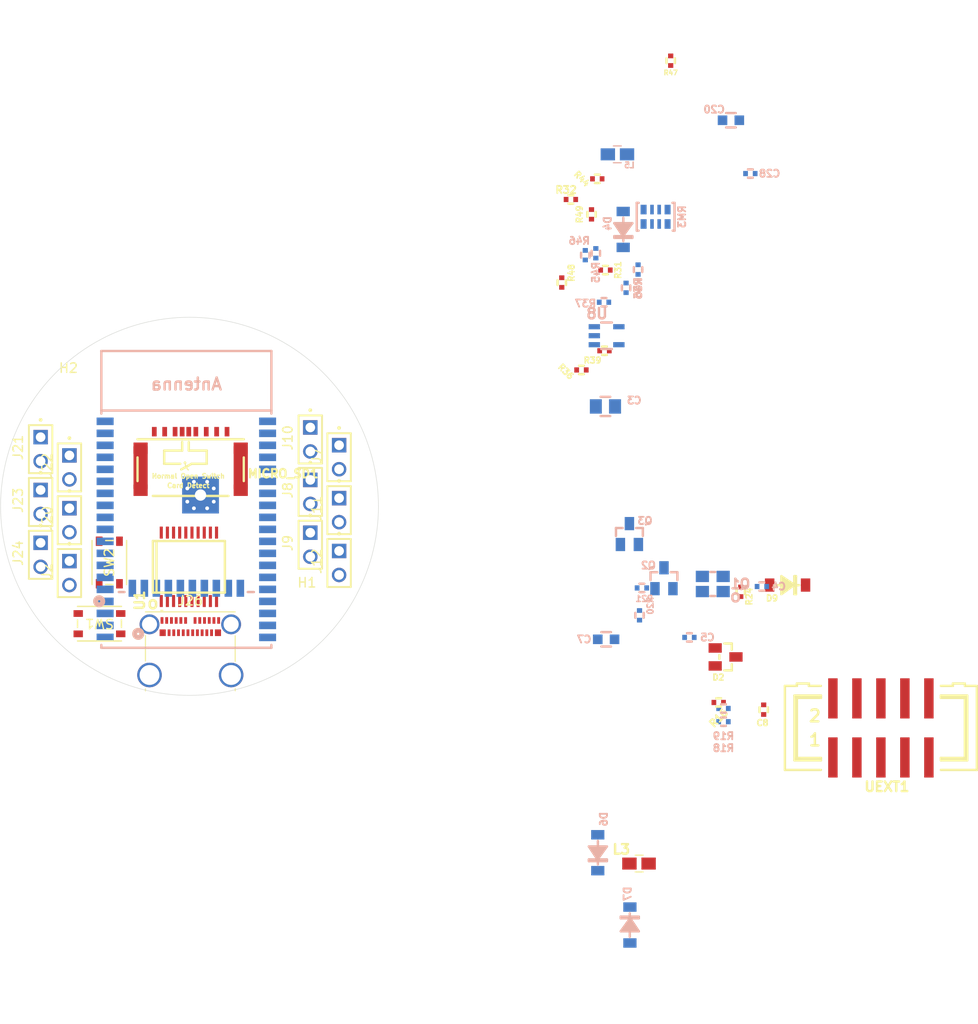
<source format=kicad_pcb>
(kicad_pcb (version 20221018) (generator pcbnew)
  (title_block (title "ESP32-PoE") (date "2024-06-06") (rev "L1") (company "OLIMEX Ltd.") (comment 1 "https://www.olimex.com"))
  (layers (0 "F.Cu" mixed) (1 "In1.Cu" power) (2 "In2.Cu" power) (31 "B.Cu" mixed) (34 "B.Paste" user) (35 "F.Paste" user) (36 "B.SilkS" user "B.Silkscreen") (37 "F.SilkS" user "F.Silkscreen") (38 "B.Mask" user) (39 "F.Mask" user) (44 "Edge.Cuts" user))
  (net 0 "")
  (net 1 "GND")
  (net 2 "/ESP_EN")
  (net 3 "Net-(MICRO_SD1-VDD)")
  (net 4 "Net-(U1-XI)")
  (net 5 "Net-(U1-XO)")
  (net 6 "/+5V_USB")
  (net 7 "Net-(U1-V3)")
  (net 8 "Net-(D4-K)")
  (net 9 "/D_Com")
  (net 10 "+5VP")
  (net 11 "/GPIO33")
  (net 12 "/GPIO32")
  (net 13 "/GPI39")
  (net 14 "Net-(D6-K)")
  (net 15 "Net-(D7-A)")
  (net 16 "Net-(D9-K)")
  (net 20 "Net-(U1-UD+)")
  (net 21 "Net-(U1-UD-)")
  (net 31 "+3.3VLAN")
  (net 32 "/GPIO0")
  (net 33 "/GPI35")
  (net 34 "Net-(MICRO_SD1-DAT2{slash}RES)")
  (net 35 "Net-(MICRO_SD1-CD{slash}DAT3{slash}CS)")
  (net 36 "Net-(MICRO_SD1-CLK{slash}SCLK)")
  (net 37 "Net-(MICRO_SD1-DAT0{slash}DO)")
  (net 38 "Net-(MICRO_SD1-DAT1{slash}RES)")
  (net 40 "Net-(Q2-B)")
  (net 41 "Net-(Q2-E)")
  (net 42 "Net-(Q3-B)")
  (net 43 "Net-(Q3-E)")
  (net 44 "Net-(Q3-C)")
  (net 45 "/GPI34\\BUT1")
  (net 46 "/GPIO2\\HS2_DATA0")
  (net 47 "/GPI36\\U1RXD")
  (net 48 "/GPIO3\\U0RXD")
  (net 49 "/GPIO1\\U0TXD")
  (net 50 "/GPIO4\\U1TXD")
  (net 51 "/GPIO5\\SPI_CS")
  (net 52 "/GPIO15\\HS2_CMD")
  (net 53 "/GPIO16\\I2C-SCL")
  (net 54 "/GPIO14\\HS2_CLK")
  (net 55 "/GPIO13\\I2C-SDA")
  (net 56 "/GPIO27\\EMAC_RX_CRS_DV")
  (net 57 "/GPIO25\\EMAC_RXD0(RMII)")
  (net 58 "/GPIO18\\MDIO(RMII)")
  (net 59 "/GPIO26\\EMAC_RXD1(RMII)")
  (net 60 "/GPIO12\\PHY_PWR")
  (net 61 "/GPIO22\\EMAC_TXD1(RMII)")
  (net 62 "/GPIO19\\EMAC_TXD0(RMII)")
  (net 63 "/GPIO21\\EMAC_TX_EN(RMII)")
  (net 64 "/GPIO23\\MDC(RMII)")
  (net 65 "/GPIO17\\EMAC_CLK_OUT_180")
  (net 66 "Net-(R47-Pad1)")
  (net 67 "Net-(R48-Pad2)")
  (net 76 "+3.3V")
  (footprint "OLIMEX_Connectors-FP:GBH-254-SMT-10" (layer "F.Cu") (at 165.7096 155.7282)
    (fp_text reference "UEXT1" (at 0.635 6.223) (layer "F.SilkS") (effects (font (size 1.016 1.016) (thickness 0.254))))
    (fp_text value "P-B-V-10-LF")
    (fp_text user "2" (at -6.985 -1.27) (layer "F.SilkS") (effects (font (size 1.27 1.27) (thickness 0.254))))
    (fp_text user "1" (at -6.985 1.27) (layer "F.SilkS") (effects (font (size 1.27 1.27) (thickness 0.254))))
    (pad "" np_thru_hole circle (at -3.81 0) (size 1.2 1.2) (drill 1.2) (layers "*.Cu" "*.Mask"))
    (pad "" np_thru_hole circle (at 3.81 0) (size 1.2 1.2) (drill 1.2) (layers "*.Cu" "*.Mask"))
    (pad "1" smd rect (at -5.08 3.125 90) (size 4.25 1) (layers "F.Cu" "F.Mask") (net 76 "+3.3V"))
    (pad "2" smd rect (at -5.08 -3.125 90) (size 4.25 1) (layers "F.Cu" "F.Mask") (net 1 "GND"))
    (pad "3" smd rect (at -2.54 3.125 90) (size 4.25 1) (layers "F.Cu" "F.Mask") (net 50 "/GPIO4\\U1TXD"))
    (pad "4" smd rect (at -2.54 -3.125 90) (size 4.25 1) (layers "F.Cu" "F.Mask") (net 8 "Net-(D4-K)"))
    (pad "5" smd rect (at 0 3.125 90) (size 4.25 1) (layers "F.Cu" "F.Mask") (net 53 "/GPIO16\\I2C-SCL"))
    (pad "6" smd rect (at 0 -3.125 90) (size 4.25 1) (layers "F.Cu" "F.Mask") (net 55 "/GPIO13\\I2C-SDA"))
    (pad "7" smd rect (at 2.54 3.125 90) (size 4.25 1) (layers "F.Cu" "F.Mask") (net 52 "/GPIO15\\HS2_CMD"))
    (pad "8" smd rect (at 2.54 -3.125 90) (size 4.25 1) (layers "F.Cu" "F.Mask") (net 46 "/GPIO2\\HS2_DATA0"))
    (pad "9" smd rect (at 5.08 3.125 90) (size 4.25 1) (layers "F.Cu" "F.Mask") (net 54 "/GPIO14\\HS2_CLK"))
    (pad "10" smd rect (at 5.08 -3.125 90) (size 4.25 1) (layers "F.Cu" "F.Mask") (net 51 "/GPIO5\\SPI_CS"))
  )
  (footprint "OLIMEX_Diodes-FP:SOT23-3" (layer "F.Cu") (at 149.268 148.2192 180)
    (fp_text reference "D2" (at 0.762 -2.159 180) (layer "F.SilkS") (effects (font (size 0.635 0.635) (thickness 0.15875))))
    (fp_text value "BAT54C(SOT23-3)")
    (pad "1" smd rect (at 1.1 0.95 270) (size 1 1.4) (layers "F.Cu" "F.Paste" "F.Mask") (net 46 "/GPIO2\\HS2_DATA0"))
    (pad "2" smd rect (at 1.1 -0.95 270) (size 1 1.4) (layers "F.Cu" "F.Paste" "F.Mask") (net 32 "/GPIO0"))
    (pad "3" smd rect (at -1.1 0 270) (size 1 1.4) (layers "F.Cu" "F.Paste" "F.Mask") (net 9 "/D_Com"))
  )
  (footprint "OLIMEX_RLC-FP:R_0402_5MIL_DWS" (layer "F.Cu") (at 131.9276 108.6104 90)
    (fp_text reference "R48" (at 1.016 1.016 90) (layer "F.SilkS") (effects (font (size 0.635 0.635) (thickness 0.15875))))
    (fp_text value "10k/R0402")
    (pad "1" smd rect (at -0.508 0 270) (size 0.5 0.55) (layers "F.Cu" "F.Paste" "F.Mask") (net 76 "+3.3V"))
    (pad "2" smd rect (at 0.508 0 90) (size 0.5 0.55) (layers "F.Cu" "F.Paste" "F.Mask") (net 67 "Net-(R48-Pad2)"))
  )
  (footprint "OLIMEX_RLC-FP:R_0402_5MIL_DWS" (layer "F.Cu") (at 143.4592 85.1408 90)
    (fp_text reference "R47" (at -1.27 0 180) (layer "F.SilkS") (effects (font (size 0.508 0.508) (thickness 0.127))))
    (fp_text value "220R/R0402")
    (pad "1" smd rect (at -0.508 0 270) (size 0.5 0.55) (layers "F.Cu" "F.Paste" "F.Mask") (net 66 "Net-(R47-Pad1)"))
    (pad "2" smd rect (at 0.508 0 90) (size 0.5 0.55) (layers "F.Cu" "F.Paste" "F.Mask") (net 1 "GND"))
  )
  (footprint "OLIMEX_Connectors-FP:uSD(TFC-9P-1.xH(ATFFS150A01BR016))" (layer "F.Cu") (at 92.6424 127.6864 180)
    (fp_text reference "MICRO_SD1" (at -9.779 -1.143) (layer "F.SilkS") (effects (font (size 0.889 0.889) (thickness 0.22225))))
    (fp_text value "TFC-9P-1.7H(ATFFS150A01BR016)")
    (fp_text user "Normal Open Switch" (at 0.25 -1.4) (layer "F.SilkS") (effects (font (size 0.5 0.5) (thickness 0.125))))
    (fp_text user "Card Detect" (at 0.25 -2.4) (layer "F.SilkS") (effects (font (size 0.5 0.5) (thickness 0.125))))
    (pad "1" smd rect (at 3.85 3.3 180) (size 0.5 1) (layers "F.Cu" "F.Paste" "F.Mask") (net 34 "Net-(MICRO_SD1-DAT2{slash}RES)") (clearance 0.0508))
    (pad "2" smd rect (at 2.75 3.3 180) (size 0.5 1) (layers "F.Cu" "F.Paste" "F.Mask") (net 35 "Net-(MICRO_SD1-CD{slash}DAT3{slash}CS)") (clearance 0.0508))
    (pad "3" smd rect (at 1.65 3.3 180) (size 0.5 1) (layers "F.Cu" "F.Paste" "F.Mask") (net 52 "/GPIO15\\HS2_CMD") (clearance 0.0508))
    (pad "4" smd rect (at 0.9 3.3 180) (size 0.5 1) (layers "F.Cu" "F.Paste" "F.Mask") (net 3 "Net-(MICRO_SD1-VDD)") (clearance 0.0508))
    (pad "5" smd rect (at -0.55 3.3 180) (size 0.5 1) (layers "F.Cu" "F.Paste" "F.Mask") (net 36 "Net-(MICRO_SD1-CLK{slash}SCLK)") (clearance 0.0508))
    (pad "6" smd rect (at -1.65 3.3 180) (size 0.5 1) (layers "F.Cu" "F.Paste" "F.Mask") (net 1 "GND") (clearance 0.0508))
    (pad "7" smd rect (at -2.75 3.3 180) (size 0.5 1) (layers "F.Cu" "F.Paste" "F.Mask") (net 37 "Net-(MICRO_SD1-DAT0{slash}DO)") (clearance 0.0508))
    (pad "8" smd rect (at -3.85 3.3 180) (size 0.5 1) (layers "F.Cu" "F.Paste" "F.Mask") (net 38 "Net-(MICRO_SD1-DAT1{slash}RES)") (clearance 0.0508))
    (pad "CD1" smd rect (at 0.2 3.3 180) (size 0.5 1) (layers "F.Cu" "F.Paste" "F.Mask") (clearance 0.0508))
    (pad "CH1" smd rect (at -5.3 -2.9 180) (size 1.5 1.2) (layers "F.Cu" "F.Paste" "F.Mask") (net 1 "GND") (clearance 0.127))
    (pad "CH1" smd rect (at -5.3 -0.5 180) (size 1.5 4.5) (layers "F.Cu") (net 1 "GND") (clearance 0.0508))
    (pad "CH1" smd rect (at -5.3 1.55 180) (size 1.5 1.2) (layers "F.Cu" "F.Paste" "F.Mask") (net 1 "GND") (clearance 0.127))
    (pad "CH1" smd rect (at 5.3 -2.9 180) (size 1.5 1.2) (layers "F.Cu" "F.Paste" "F.Mask") (net 1 "GND") (clearance 0.127))
    (pad "CH1" smd rect (at 5.3 -0.5 180) (size 1.5 4.5) (layers "F.Cu") (net 1 "GND") (clearance 0.0508))
    (pad "CH1" smd rect (at 5.3 1.55 180) (size 1.5 1.2) (layers "F.Cu" "F.Paste" "F.Mask") (net 1 "GND") (clearance 0.127))
  )
  (footprint "OLIMEX_RLC-FP:R_0402_5MIL_DWS" (layer "F.Cu") (at 136.4488 115.824 180)
    (fp_text reference "R39" (at 1.27 -1.016 180) (layer "F.SilkS") (effects (font (size 0.635 0.635) (thickness 0.15875))))
    (fp_text value "10k/R0402")
    (pad "1" smd rect (at -0.508 0) (size 0.5 0.55) (layers "F.Cu" "F.Paste" "F.Mask") (net 76 "+3.3V"))
    (pad "2" smd rect (at 0.508 0 180) (size 0.5 0.55) (layers "F.Cu" "F.Paste" "F.Mask") (net 52 "/GPIO15\\HS2_CMD"))
  )
  (footprint "OLIMEX_RLC-FP:R_0402_5MIL_DWS" (layer "F.Cu") (at 132.8928 99.822)
    (fp_text reference "R32" (at -0.508 -1.016 180) (layer "F.SilkS") (effects (font (size 0.762 0.762) (thickness 0.1905))))
    (fp_text value "10k/R0402")
    (pad "1" smd rect (at -0.508 0 180) (size 0.5 0.55) (layers "F.Cu" "F.Paste" "F.Mask") (net 76 "+3.3V"))
    (pad "2" smd rect (at 0.508 0) (size 0.5 0.55) (layers "F.Cu" "F.Paste" "F.Mask") (net 2 "/ESP_EN"))
  )
  (footprint "OLIMEX_RLC-FP:R_0402_5MIL_DWS" (layer "F.Cu") (at 136.5504 107.2896 180)
    (fp_text reference "R31" (at -1.3335 0 90) (layer "F.SilkS") (effects (font (size 0.635 0.635) (thickness 0.15875))))
    (fp_text value "2.2k/R0402")
    (pad "1" smd rect (at -0.508 0) (size 0.5 0.55) (layers "F.Cu" "F.Paste" "F.Mask") (net 76 "+3.3V"))
    (pad "2" smd rect (at 0.508 0 180) (size 0.5 0.55) (layers "F.Cu" "F.Paste" "F.Mask") (net 53 "/GPIO16\\I2C-SCL"))
  )
  (footprint "OLIMEX_IC-FP:SSOP-20W" (layer "F.Cu") (at 92.456 138.684)
    (fp_text reference "U1" (at -5.207 3.556 90) (layer "F.SilkS") (effects (font (size 1.016 1.016) (thickness 0.254))))
    (fp_text value "CH340T(SSOP20W)")
    (fp_text user "o" (at -3.81 3.81) (layer "F.SilkS") (effects (font (size 1.27 1.27) (thickness 0.254))))
    (pad "1" smd rect (at -2.925 3.6195) (size 0.325 1.27) (layers "F.Cu" "F.Paste" "F.Mask"))
    (pad "2" smd rect (at -2.275 3.6195) (size 0.325 1.27) (layers "F.Cu" "F.Paste" "F.Mask"))
    (pad "3" smd rect (at -1.625 3.6195) (size 0.325 1.27) (layers "F.Cu" "F.Paste" "F.Mask") (net 14 "Net-(D6-K)"))
    (pad "4" smd rect (at -0.975 3.6195) (size 0.325 1.27) (layers "F.Cu" "F.Paste" "F.Mask") (net 15 "Net-(D7-A)"))
    (pad "5" smd rect (at -0.325 3.6195) (size 0.325 1.27) (layers "F.Cu" "F.Paste" "F.Mask") (net 7 "Net-(U1-V3)"))
    (pad "6" smd rect (at 0.325 3.6195) (size 0.325 1.27) (layers "F.Cu" "F.Paste" "F.Mask") (net 20 "Net-(U1-UD+)"))
    (pad "7" smd rect (at 0.975 3.6195) (size 0.325 1.27) (layers "F.Cu" "F.Paste" "F.Mask") (net 21 "Net-(U1-UD-)"))
    (pad "8" smd rect (at 1.625 3.6195) (size 0.325 1.27) (layers "F.Cu" "F.Paste" "F.Mask") (net 1 "GND"))
    (pad "9" smd rect (at 2.275 3.6195) (size 0.325 1.27) (layers "F.Cu" "F.Paste" "F.Mask") (net 4 "Net-(U1-XI)"))
    (pad "10" smd rect (at 2.925 3.6195) (size 0.325 1.27) (layers "F.Cu" "F.Paste" "F.Mask") (net 5 "Net-(U1-XO)"))
    (pad "11" smd rect (at 2.925 -3.6195) (size 0.325 1.27) (layers "F.Cu" "F.Paste" "F.Mask"))
    (pad "12" smd rect (at 2.275 -3.6195) (size 0.325 1.27) (layers "F.Cu" "F.Paste" "F.Mask"))
    (pad "13" smd rect (at 1.625 -3.6195) (size 0.325 1.27) (layers "F.Cu" "F.Paste" "F.Mask"))
    (pad "14" smd rect (at 0.975 -3.6195) (size 0.325 1.27) (layers "F.Cu" "F.Paste" "F.Mask"))
    (pad "15" smd rect (at 0.325 -3.6195) (size 0.325 1.27) (layers "F.Cu" "F.Paste" "F.Mask") (net 43 "Net-(Q3-E)"))
    (pad "16" smd rect (at -0.325 -3.6195) (size 0.325 1.27) (layers "F.Cu" "F.Paste" "F.Mask") (net 41 "Net-(Q2-E)"))
    (pad "17" smd rect (at -0.975 -3.6195) (size 0.325 1.27) (layers "F.Cu" "F.Paste" "F.Mask"))
    (pad "18" smd rect (at -1.625 -3.6195) (size 0.325 1.27) (layers "F.Cu" "F.Paste" "F.Mask"))
    (pad "19" smd rect (at -2.275 -3.6195) (size 0.325 1.27) (layers "F.Cu" "F.Paste" "F.Mask") (net 6 "/+5V_USB"))
    (pad "20" smd rect (at -2.925 -3.6195) (size 0.325 1.27) (layers "F.Cu" "F.Paste" "F.Mask"))
  )
  (footprint "OLIMEX_RLC-FP:L_0805_5MIL_DWS" (layer "F.Cu") (at 140.1064 170.0784 180)
    (fp_text reference "L3" (at 1.8796 1.4986) (layer "F.SilkS") (effects (font (size 1.016 1.016) (thickness 0.254))))
    (fp_text value "FB0805/600R/2A")
    (pad "1" smd rect (at -1.016 0 180) (size 1.524 1.27) (layers "F.Cu" "F.Paste" "F.Mask") (net 6 "/+5V_USB") (clearance 0.0508))
    (pad "2" smd rect (at 1.016 0 180) (size 1.524 1.27) (layers "F.Cu" "F.Paste" "F.Mask") (net 1 "GND") (clearance 0.0508))
  )
  (footprint "OLIMEX_RLC-FP:R_0402_5MIL_DWS" (layer "F.Cu") (at 135.6868 97.6376)
    (fp_text reference "R44" (at -1.651 0 135) (layer "F.SilkS") (effects (font (size 0.635 0.635) (thickness 0.15875))))
    (fp_text value "NA/R0402")
    (pad "1" smd rect (at -0.508 0 180) (size 0.5 0.55) (layers "F.Cu" "F.Paste" "F.Mask") (net 32 "/GPIO0"))
    (pad "2" smd rect (at 0.508 0) (size 0.5 0.55) (layers "F.Cu" "F.Paste" "F.Mask") (net 76 "+3.3V"))
  )
  (footprint "OLIMEX_Diodes-FP:SOD-123_1C-2A_KA" (layer "F.Cu") (at 155.834 140.6144 180)
    (fp_text reference "D9" (at 1.651 -1.397 180) (layer "F.SilkS") (effects (font (size 0.635 0.635) (thickness 0.15875))))
    (fp_text value "1N5819S4(SOD-123)")
    (pad "1" smd rect (at -1.9 0 180) (size 1 1.4) (layers "F.Cu" "F.Paste" "F.Mask") (net 16 "Net-(D9-K)") (clearance 0.0508))
    (pad "2" smd rect (at 1.9 0 180) (size 1 1.4) (layers "F.Cu" "F.Paste" "F.Mask") (net 2 "/ESP_EN") (clearance 0.0508))
  )
  (footprint "OLIMEX_RLC-FP:R_0402_5MIL_DWS" (layer "F.Cu") (at 134.0104 117.856 180)
    (fp_text reference "R36" (at 1.651 -0.1778 315) (layer "F.SilkS") (effects (font (size 0.635 0.635) (thickness 0.15875))))
    (fp_text value "10k/R0402")
    (pad "1" smd rect (at -0.508 0) (size 0.5 0.55) (layers "F.Cu" "F.Paste" "F.Mask") (net 76 "+3.3V"))
    (pad "2" smd rect (at 0.508 0 180) (size 0.5 0.55) (layers "F.Cu" "F.Paste" "F.Mask") (net 51 "/GPIO5\\SPI_CS"))
  )
  (footprint "OLIMEX_RLC-FP:R_0402_5MIL_DWS" (layer "F.Cu") (at 135.0772 101.3968 -90)
    (fp_text reference "R49" (at 0 1.27 90) (layer "F.SilkS") (effects (font (size 0.635 0.635) (thickness 0.15875))))
    (fp_text value "NA/R0402")
    (pad "1" smd rect (at -0.508 0 90) (size 0.5 0.55) (layers "F.Cu" "F.Paste" "F.Mask") (net 67 "Net-(R48-Pad2)"))
    (pad "2" smd rect (at 0.508 0 270) (size 0.5 0.55) (layers "F.Cu" "F.Paste" "F.Mask") (net 9 "/D_Com"))
  )
  (footprint "OLIMEX_RLC-FP:R_0402_5MIL_DWS" (layer "F.Cu") (at 150.876 141.3256 -90)
    (fp_text reference "R24" (at 0.508 -0.889 90) (layer "F.SilkS") (effects (font (size 0.635 0.635) (thickness 0.15875))))
    (fp_text value "220R/R0402")
    (pad "1" smd rect (at -0.508 0 90) (size 0.5 0.55) (layers "F.Cu" "F.Paste" "F.Mask") (net 44 "Net-(Q3-C)"))
    (pad "2" smd rect (at 0.508 0 270) (size 0.5 0.55) (layers "F.Cu" "F.Paste" "F.Mask") (net 9 "/D_Com"))
  )
  (footprint "OLIMEX_RLC-FP:C_0402_5MIL_DWS" (layer "F.Cu") (at 153.3017 153.797 90)
    (fp_text reference "C8" (at -1.397 -0.127 180) (layer "F.SilkS") (effects (font (size 0.635 0.635) (thickness 0.15875))))
    (fp_text value "100nF/16V/10%/X7R/C0402")
    (pad "1" smd rect (at -0.508 0 270) (size 0.5 0.55) (layers "F.Cu" "F.Paste" "F.Mask") (net 7 "Net-(U1-V3)"))
    (pad "2" smd rect (at 0.508 0 90) (size 0.5 0.55) (layers "F.Cu" "F.Paste" "F.Mask") (net 1 "GND"))
  )
  (footprint "OLIMEX_RLC-FP:R_0402_5MIL_DWS" (layer "F.Cu") (at 148.5392 153.035)
    (fp_text reference "R16" (at 0 1.651 225) (layer "F.SilkS") (effects (font (size 0.762 0.762) (thickness 0.1905))))
    (fp_text value "NA(10k/R0402)")
    (pad "1" smd rect (at -0.508 0 180) (size 0.5 0.55) (layers "F.Cu" "F.Paste" "F.Mask") (net 48 "/GPIO3\\U0RXD"))
    (pad "2" smd rect (at 0.508 0) (size 0.5 0.55) (layers "F.Cu" "F.Paste" "F.Mask") (net 76 "+3.3V"))
  )
  (footprint "MountingHole:MountingHole_2.1mm" (layer "F.Cu") (at 104.9528 143.5608)
    (fp_text reference "H1" (at 0 -3.2) (layer "F.SilkS"))
    (fp_text value "MountingHole")
    (pad "" np_thru_hole circle (at 0 0) (size 2.1 2.1) (drill 2.1) (layers "*.Cu" "*.Mask"))
  )
  (footprint "HMTSW-102-X-X-S-X:SAMTEC_HMTSW-102-X-X-S-X" (layer "F.Cu") (at 108.3564 127.0901 90)
    (fp_text reference "J7" (at 0.175 -2.385 90) (layer "F.SilkS"))
    (fp_text value "HMTSW-102-X-X-S-X")
    (pad "01" thru_hole rect (at 1.27 0 90) (size 1.53 1.53) (drill 1.02) (layers "*.Cu" "*.Mask") (net 62 "/GPIO19\\EMAC_TXD0(RMII)"))
    (pad "02" thru_hole circle (at -1.27 0 90) (size 1.53 1.53) (drill 1.02) (layers "*.Cu" "*.Mask") (net 1 "GND"))
  )
  (footprint "HMTSW-102-X-X-S-X:SAMTEC_HMTSW-102-X-X-S-X" (layer "F.Cu") (at 76.7588 137.414 90)
    (fp_text reference "J24" (at 0.175 -2.385 90) (layer "F.SilkS"))
    (fp_text value "HMTSW-102-X-X-S-X")
    (pad "01" thru_hole rect (at 1.27 0 90) (size 1.53 1.53) (drill 1.02) (layers "*.Cu" "*.Mask") (net 60 "/GPIO12\\PHY_PWR"))
    (pad "02" thru_hole circle (at -1.27 0 90) (size 1.53 1.53) (drill 1.02) (layers "*.Cu" "*.Mask") (net 1 "GND"))
  )
  (footprint "HMTSW-102-X-X-S-X:SAMTEC_HMTSW-102-X-X-S-X" (layer "F.Cu") (at 108.3564 138.2776 90)
    (fp_text reference "J12" (at 0.175 -2.385 90) (layer "F.SilkS"))
    (fp_text value "HMTSW-102-X-X-S-X")
    (pad "01" thru_hole rect (at 1.27 0 90) (size 1.53 1.53) (drill 1.02) (layers "*.Cu" "*.Mask") (net 64 "/GPIO23\\MDC(RMII)"))
    (pad "02" thru_hole circle (at -1.27 0 90) (size 1.53 1.53) (drill 1.02) (layers "*.Cu" "*.Mask") (net 1 "GND"))
  )
  (footprint "PTS815:SW4_PTS815 SJM 250 SMTR LFS_CNK" (layer "F.Cu") (at 84.031399 138.2268 90)
    (fp_text reference "SW2" (at 0 0 90 unlocked) (layer "F.SilkS"))
    (fp_text value "PTS815 SJM 250 SMTR LFS")
    (pad "1" smd rect (at -2.250001 -1.074999 90) (size 0.9906 0.7112) (layers "F.Cu" "F.Paste" "F.Mask") (net 2 "/ESP_EN"))
    (pad "2" smd rect (at 2.250001 -1.074999 90) (size 0.9906 0.7112) (layers "F.Cu" "F.Paste" "F.Mask"))
    (pad "3" smd rect (at -2.250001 1.074999 90) (size 0.9906 0.7112) (layers "F.Cu" "F.Paste" "F.Mask"))
    (pad "4" smd rect (at 2.250001 1.074999 90) (size 0.9906 0.7112) (layers "F.Cu" "F.Paste" "F.Mask") (net 1 "GND"))
  )
  (footprint "HMTSW-102-X-X-S-X:SAMTEC_HMTSW-102-X-X-S-X" (layer "F.Cu") (at 76.7588 131.826 90)
    (fp_text reference "J23" (at 0.175 -2.385 90) (layer "F.SilkS"))
    (fp_text value "HMTSW-102-X-X-S-X")
    (pad "01" thru_hole rect (at 1.27 0 90) (size 1.53 1.53) (drill 1.02) (layers "*.Cu" "*.Mask") (net 65 "/GPIO17\\EMAC_CLK_OUT_180"))
    (pad "02" thru_hole circle (at -1.27 0 90) (size 1.53 1.53) (drill 1.02) (layers "*.Cu" "*.Mask") (net 1 "GND"))
  )
  (footprint "HMTSW-102-X-X-S-X:SAMTEC_HMTSW-102-X-X-S-X" (layer "F.Cu") (at 105.3084 136.3472 90)
    (fp_text reference "J9" (at 0.175 -2.385 90) (layer "F.SilkS"))
    (fp_text value "HMTSW-102-X-X-S-X")
    (pad "01" thru_hole rect (at 1.27 0 90) (size 1.53 1.53) (drill 1.02) (layers "*.Cu" "*.Mask") (net 63 "/GPIO21\\EMAC_TX_EN(RMII)"))
    (pad "02" thru_hole circle (at -1.27 0 90) (size 1.53 1.53) (drill 1.02) (layers "*.Cu" "*.Mask") (net 1 "GND"))
  )
  (footprint "MountingHole:MountingHole_2.1mm" (layer "F.Cu") (at 79.7052 120.8532)
    (fp_text reference "H2" (at 0 -3.2) (layer "F.SilkS"))
    (fp_text value "MountingHole")
    (pad "" np_thru_hole circle (at 0 0) (size 2.1 2.1) (drill 2.1) (layers "*.Cu" "*.Mask"))
  )
  (footprint "HMTSW-102-X-X-S-X:SAMTEC_HMTSW-102-X-X-S-X" (layer "F.Cu") (at 79.8068 128.1684 90)
    (fp_text reference "J22" (at 0.175 -2.385 90) (layer "F.SilkS"))
    (fp_text value "HMTSW-102-X-X-S-X")
    (pad "01" thru_hole rect (at 1.27 0 90) (size 1.53 1.53) (drill 1.02) (layers "*.Cu" "*.Mask") (net 56 "/GPIO27\\EMAC_RX_CRS_DV"))
    (pad "02" thru_hole circle (at -1.27 0 90) (size 1.53 1.53) (drill 1.02) (layers "*.Cu" "*.Mask") (net 1 "GND"))
  )
  (footprint "HMTSW-102-X-X-S-X:SAMTEC_HMTSW-102-X-X-S-X" (layer "F.Cu") (at 79.8068 139.3444 90)
    (fp_text reference "J2" (at 0.175 -2.385 90) (layer "F.SilkS"))
    (fp_text value "HMTSW-102-X-X-S-X")
    (pad "01" thru_hole rect (at 1.27 0 90) (size 1.53 1.53) (drill 1.02) (layers "*.Cu" "*.Mask") (net 76 "+3.3V"))
    (pad "02" thru_hole circle (at -1.27 0 90) (size 1.53 1.53) (drill 1.02) (layers "*.Cu" "*.Mask") (net 1 "GND"))
  )
  (footprint "HMTSW-102-X-X-S-X:SAMTEC_HMTSW-102-X-X-S-X" (layer "F.Cu") (at 108.3564 132.6896 90)
    (fp_text reference "J11" (at 0.175 -2.385 90) (layer "F.SilkS"))
    (fp_text value "HMTSW-102-X-X-S-X")
    (pad "01" thru_hole rect (at 1.27 0 90) (size 1.53 1.53) (drill 1.02) (layers "*.Cu" "*.Mask") (net 59 "/GPIO26\\EMAC_RXD1(RMII)"))
    (pad "02" thru_hole circle (at -1.27 0 90) (size 1.53 1.53) (drill 1.02) (layers "*.Cu" "*.Mask") (net 1 "GND"))
  )
  (footprint "Connector_USB:USB_C_Receptacle_Molex_105450-0101-L" (layer "F.Cu") (at 92.6064 147.574)
    (fp_text reference "J26" (at 0 -5.315 unlocked) (layer "F.SilkS"))
    (fp_text value "USB_C_Receptacle")
    (pad "A1" smd rect (at -3 -3.215) (size 0.3 0.7) (layers "F.Cu" "F.Paste" "F.Mask") (net 6 "/+5V_USB"))
    (pad "A2" smd rect (at -2.5 -3.215) (size 0.3 0.7) (layers "F.Cu" "F.Paste" "F.Mask"))
    (pad "A3" smd rect (at -2 -3.215) (size 0.3 0.7) (layers "F.Cu" "F.Paste" "F.Mask"))
    (pad "A4" smd rect (at -1.5 -3.215) (size 0.3 0.7) (layers "F.Cu" "F.Paste" "F.Mask") (net 6 "/+5V_USB"))
    (pad "A5" smd rect (at -1 -3.215) (size 0.3 0.7) (layers "F.Cu" "F.Paste" "F.Mask"))
    (pad "A6" smd rect (at -0.5 -3.215) (size 0.3 0.7) (layers "F.Cu" "F.Paste" "F.Mask") (net 20 "Net-(U1-UD+)"))
    (pad "A7" smd rect (at 0.5 -3.215) (size 0.3 0.7) (layers "F.Cu" "F.Paste" "F.Mask") (net 21 "Net-(U1-UD-)"))
    (pad "A8" smd rect (at 1 -3.215) (size 0.3 0.7) (layers "F.Cu" "F.Paste" "F.Mask"))
    (pad "A9" smd rect (at 1.5 -3.215) (size 0.3 0.7) (layers "F.Cu" "F.Paste" "F.Mask") (net 6 "/+5V_USB"))
    (pad "A10" smd rect (at 2 -3.215) (size 0.3 0.7) (layers "F.Cu" "F.Paste" "F.Mask"))
    (pad "A11" smd rect (at 2.5 -3.215) (size 0.3 0.7) (layers "F.Cu" "F.Paste" "F.Mask"))
    (pad "A12" smd rect (at 3 -3.215) (size 0.3 0.7) (layers "F.Cu" "F.Paste" "F.Mask") (net 6 "/+5V_USB"))
    (pad "B1" smd rect (at 2.925 -1.915) (size 0.65 0.7) (layers "F.Cu" "F.Paste" "F.Mask") (net 6 "/+5V_USB"))
    (pad "B2" smd rect (at 2.25 -1.915) (size 0.3 0.7) (layers "F.Cu" "F.Paste" "F.Mask"))
    (pad "B3" smd rect (at 1.75 -1.915) (size 0.3 0.7) (layers "F.Cu" "F.Paste" "F.Mask"))
    (pad "B4" smd rect (at 1.25 -1.915) (size 0.3 0.7) (layers "F.Cu" "F.Paste" "F.Mask") (net 6 "/+5V_USB"))
    (pad "B5" smd rect (at 0.75 -1.915) (size 0.3 0.7) (layers "F.Cu" "F.Paste" "F.Mask"))
    (pad "B6" smd rect (at 0.25 -1.915) (size 0.3 0.7) (layers "F.Cu" "F.Paste" "F.Mask") (net 20 "Net-(U1-UD+)"))
    (pad "B7" smd rect (at -0.25 -1.915) (size 0.3 0.7) (layers "F.Cu" "F.Paste" "F.Mask") (net 21 "Net-(U1-UD-)"))
    (pad "B8" smd rect (at -0.75 -1.915) (size 0.3 0.7) (layers "F.Cu" "F.Paste" "F.Mask"))
    (pad "B9" smd rect (at -1.25 -1.915) (size 0.3 0.7) (layers "F.Cu" "F.Paste" "F.Mask") (net 6 "/+5V_USB"))
    (pad "B10" smd rect (at -1.75 -1.915) (size 0.3 0.7) (layers "F.Cu" "F.Paste" "F.Mask"))
    (pad "B11" smd rect (at -2.25 -1.915) (size 0.3 0.7) (layers "F.Cu" "F.Paste" "F.Mask"))
    (pad "B12" smd rect (at -2.925 -1.915) (size 0.65 0.7) (layers "F.Cu" "F.Paste" "F.Mask") (net 6 "/+5V_USB"))
    (pad "S1" thru_hole circle (at -4.32 -2.805) (size 2.1 2.1) (drill 1.6) (layers "*.Cu" "*.Mask") (net 6 "/+5V_USB"))
    (pad "S1" thru_hole circle (at -4.32 2.555) (size 2.6 2.6) (drill 2.1) (layers "*.Cu" "*.Mask") (net 6 "/+5V_USB"))
    (pad "S1" thru_hole circle (at 4.32 -2.805) (size 2.1 2.1) (drill 1.6) (layers "*.Cu" "*.Mask") (net 6 "/+5V_USB"))
    (pad "S1" thru_hole circle (at 4.32 2.555) (size 2.6 2.6) (drill 2.1) (layers "*.Cu" "*.Mask") (net 6 "/+5V_USB"))
  )
  (footprint "HMTSW-102-X-X-S-X:SAMTEC_HMTSW-102-X-X-S-X" (layer "F.Cu") (at 79.8068 133.7564 90)
    (fp_text reference "J20" (at 0.175 -2.385 90) (layer "F.SilkS"))
    (fp_text value "HMTSW-102-X-X-S-X")
    (pad "01" thru_hole rect (at 1.27 0 90) (size 1.53 1.53) (drill 1.02) (layers "*.Cu" "*.Mask") (net 10 "+5VP"))
    (pad "02" thru_hole circle (at -1.27 0 90) (size 1.53 1.53) (drill 1.02) (layers "*.Cu" "*.Mask") (net 1 "GND"))
  )
  (footprint "HMTSW-102-X-X-S-X:SAMTEC_HMTSW-102-X-X-S-X" (layer "F.Cu") (at 76.7588 126.238 90)
    (fp_text reference "J21" (at 0.175 -2.385 90) (layer "F.SilkS"))
    (fp_text value "HMTSW-102-X-X-S-X")
    (pad "01" thru_hole rect (at 1.27 0 90) (size 1.53 1.53) (drill 1.02) (layers "*.Cu" "*.Mask") (net 58 "/GPIO18\\MDIO(RMII)"))
    (pad "02" thru_hole circle (at -1.27 0 90) (size 1.53 1.53) (drill 1.02) (layers "*.Cu" "*.Mask") (net 1 "GND"))
  )
  (footprint "HMTSW-102-X-X-S-X:SAMTEC_HMTSW-102-X-X-S-X" (layer "F.Cu") (at 105.3084 130.7592 90)
    (fp_text reference "J8" (at 0.175 -2.385 90) (layer "F.SilkS"))
    (fp_text value "HMTSW-102-X-X-S-X")
    (pad "01" thru_hole rect (at 1.27 0 90) (size 1.53 1.53) (drill 1.02) (layers "*.Cu" "*.Mask") (net 61 "/GPIO22\\EMAC_TXD1(RMII)"))
    (pad "02" thru_hole circle (at -1.27 0 90) (size 1.53 1.53) (drill 1.02) (layers "*.Cu" "*.Mask") (net 1 "GND"))
  )
  (footprint "PTS815:SW4_PTS815 SJM 250 SMTR LFS_CNK" (layer "F.Cu") (at 82.989201 144.6997 180)
    (fp_text reference "SW1" (at 0 0 180 unlocked) (layer "F.SilkS"))
    (fp_text value "PTS815 SJM 250 SMTR LFS")
    (pad "1" smd rect (at -2.250001 -1.074999 180) (size 0.9906 0.7112) (layers "F.Cu" "F.Paste" "F.Mask") (net 45 "/GPI34\\BUT1"))
    (pad "2" smd rect (at 2.250001 -1.074999 180) (size 0.9906 0.7112) (layers "F.Cu" "F.Paste" "F.Mask") (net 67 "Net-(R48-Pad2)"))
    (pad "3" smd rect (at -2.250001 1.074999 180) (size 0.9906 0.7112) (layers "F.Cu" "F.Paste" "F.Mask"))
    (pad "4" smd rect (at 2.250001 1.074999 180) (size 0.9906 0.7112) (layers "F.Cu" "F.Paste" "F.Mask") (net 66 "Net-(R47-Pad1)"))
  )
  (footprint "HMTSW-102-X-X-S-X:SAMTEC_HMTSW-102-X-X-S-X" (layer "F.Cu") (at 105.3084 125.2105 90)
    (fp_text reference "J10" (at 0.175 -2.385 90) (layer "F.SilkS"))
    (fp_text value "HMTSW-102-X-X-S-X")
    (pad "01" thru_hole rect (at 1.27 0 90) (size 1.53 1.53) (drill 1.02) (layers "*.Cu" "*.Mask") (net 57 "/GPIO25\\EMAC_RXD0(RMII)"))
    (pad "02" thru_hole circle (at -1.27 0 90) (size 1.53 1.53) (drill 1.02) (layers "*.Cu" "*.Mask") (net 1 "GND"))
  )
  (footprint "OLIMEX_RLC-FP:R_0402_5MIL_DWS" (layer "B.Cu") (at 138.7348 109.1692 90)
    (fp_text reference "R40" (at 0 1.27 270) (layer "B.SilkS") (effects (font (size 0.762 0.762) (thickness 0.1905)) (justify mirror)))
    (fp_text value "10R/R0402")
    (pad "1" smd rect (at -0.508 0 270) (size 0.5 0.55) (layers "B.Cu" "B.Paste" "B.Mask") (net 54 "/GPIO14\\HS2_CLK"))
    (pad "2" smd rect (at 0.508 0 90) (size 0.5 0.55) (layers "B.Cu" "B.Paste" "B.Mask") (net 36 "Net-(MICRO_SD1-CLK{slash}SCLK)"))
  )
  (footprint "OLIMEX_RLC-FP:C_0805_5MIL_DWS" (layer "B.Cu") (at 136.5504 121.7168 180)
    (fp_text reference "C3" (at -3.048 0.635 180) (layer "B.SilkS") (effects (font (size 0.762 0.762) (thickness 0.1905)) (justify mirror)))
    (fp_text value "47uF/6.3V/20%/X5R/C0805")
    (pad "1" smd rect (at -1.016 0 90) (size 1.524 1.27) (layers "B.Cu" "B.Paste" "B.Mask") (net 3 "Net-(MICRO_SD1-VDD)"))
    (pad "2" smd rect (at 1.016 0 90) (size 1.524 1.27) (layers "B.Cu" "B.Paste" "B.Mask") (net 1 "GND"))
  )
  (footprint "OLIMEX_RLC-FP:R_0402_5MIL_DWS" (layer "B.Cu") (at 134.4168 105.7148 90)
    (fp_text reference "R46" (at 1.524 -0.635) (layer "B.SilkS") (effects (font (size 0.762 0.762) (thickness 0.1905)) (justify mirror)))
    (fp_text value "220R/R0402")
    (pad "1" smd rect (at -0.508 0 270) (size 0.5 0.55) (layers "B.Cu" "B.Paste" "B.Mask") (net 46 "/GPIO2\\HS2_DATA0"))
    (pad "2" smd rect (at 0.508 0 90) (size 0.5 0.55) (layers "B.Cu" "B.Paste" "B.Mask") (net 37 "Net-(MICRO_SD1-DAT0{slash}DO)"))
  )
  (footprint "OLIMEX_RLC-FP:C_0402_5MIL_DWS" (layer "B.Cu") (at 145.4404 146.1516 180)
    (fp_text reference "C5" (at -1.905 0 180) (layer "B.SilkS") (effects (font (size 0.762 0.762) (thickness 0.1905)) (justify mirror)))
    (fp_text value "27pF/50V/5%/C0G/C0402")
    (pad "1" smd rect (at -0.508 0) (size 0.5 0.55) (layers "B.Cu" "B.Paste" "B.Mask") (net 5 "Net-(U1-XO)"))
    (pad "2" smd rect (at 0.508 0 180) (size 0.5 0.55) (layers "B.Cu" "B.Paste" "B.Mask") (net 1 "GND"))
  )
  (footprint "OLIMEX_RLC-FP:C_0402_5MIL_DWS" (layer "B.Cu") (at 153.1112 140.7668 180)
    (fp_text reference "C4" (at -1.778 0 180) (layer "B.SilkS") (effects (font (size 0.762 0.762) (thickness 0.1905)) (justify mirror)))
    (fp_text value "27pF/50V/5%/C0G/C0402")
    (pad "1" smd rect (at -0.508 0) (size 0.5 0.55) (layers "B.Cu" "B.Paste" "B.Mask") (net 4 "Net-(U1-XI)"))
    (pad "2" smd rect (at 0.508 0 180) (size 0.5 0.55) (layers "B.Cu" "B.Paste" "B.Mask") (net 1 "GND"))
  )
  (footprint "OLIMEX_Crystal-FP:TSX-3.2x2.5mm_GND(3)" (layer "B.Cu") (at 147.912 140.5 180)
    (fp_text reference "Q1" (at -2.921 0 180) (layer "B.SilkS") (effects (font (size 1.016 1.016) (thickness 0.254)) (justify mirror)))
    (fp_text value "Q12MHz/20pF/10ppm/4P/3.2x2.5mm")
    (fp_text user "o" (at -2.413 -1.27 180) (layer "B.SilkS") (effects (font (size 1.27 1.27) (thickness 0.254)) (justify mirror)))
    (pad "1" smd rect (at -1.1 -0.8 180) (size 1.4 1.2) (layers "B.Cu" "B.Paste" "B.Mask") (net 4 "Net-(U1-XI)"))
    (pad "2" smd rect (at 1.1 0.8 180) (size 1.4 1.2) (layers "B.Cu" "B.Paste" "B.Mask") (net 5 "Net-(U1-XO)"))
    (pad "3" smd rect (at -1.1 0.8 180) (size 1.4 1.2) (layers "B.Cu" "B.Paste" "B.Mask") (net 1 "GND"))
    (pad "3" smd rect (at 1.1 -0.8 180) (size 1.4 1.2) (layers "B.Cu" "B.Paste" "B.Mask") (net 1 "GND"))
  )
  (footprint "OLIMEX_RLC-FP:C_0603_5MIL_DWS" (layer "B.Cu") (at 136.6266 146.3548)
    (fp_text reference "C7" (at -2.3368 0) (layer "B.SilkS") (effects (font (size 0.762 0.762) (thickness 0.1905)) (justify mirror)))
    (fp_text value "22uF/6.3V/20%/X5R/C0603")
    (pad "1" smd rect (at -0.889 0) (size 1.016 1.016) (layers "B.Cu" "B.Paste" "B.Mask") (net 6 "/+5V_USB") (clearance 0.0508))
    (pad "2" smd rect (at 0.889 0) (size 1.016 1.016) (layers "B.Cu" "B.Paste" "B.Mask") (net 1 "GND") (clearance 0.0508))
  )
  (footprint "OLIMEX_Transistors-FP:SOT23" (layer "B.Cu") (at 142.74546 139.88796 -90)
    (fp_text reference "Q2" (at -1.35636 1.64846 180) (layer "B.SilkS") (effects (font (size 0.762 0.762) (thickness 0.1905)) (justify mirror)))
    (fp_text value "BC817-40(SOT23)")
    (pad "1" smd rect (at 1.10744 -0.94996 270) (size 1.4 1) (layers "B.Cu" "B.Paste" "B.Mask") (net 40 "Net-(Q2-B)") (clearance 0.0508))
    (pad "2" smd rect (at 1.10744 0.9525 270) (size 1.4 1) (layers "B.Cu" "B.Paste" "B.Mask") (net 41 "Net-(Q2-E)") (clearance 0.0508))
    (pad "3" smd rect (at -1.10236 -0.00254 270) (size 1.4 1) (layers "B.Cu" "B.Paste" "B.Mask") (net 16 "Net-(D9-K)") (clearance 0.0508))
  )
  (footprint "OLIMEX_RLC-FP:R_0402_5MIL_DWS" (layer "B.Cu") (at 140.4112 140.9192)
    (fp_text reference "R21" (at 0.254 1.143 180) (layer "B.SilkS") (effects (font (size 0.635 0.635) (thickness 0.15875)) (justify mirror)))
    (fp_text value "1k/R0402")
    (pad "1" smd rect (at -0.508 0 180) (size 0.5 0.55) (layers "B.Cu" "B.Paste" "B.Mask") (net 41 "Net-(Q2-E)"))
    (pad "2" smd rect (at 0.508 0) (size 0.5 0.55) (layers "B.Cu" "B.Paste" "B.Mask") (net 42 "Net-(Q3-B)"))
  )
  (footprint "OLIMEX_Transistors-FP:SOT23" (layer "B.Cu") (at 139.08786 135.21436 -90)
    (fp_text reference "Q3" (at -1.397 -1.651) (layer "B.SilkS") (effects (font (size 0.762 0.762) (thickness 0.1905)) (justify mirror)))
    (fp_text value "BC817-40(SOT23)")
    (pad "1" smd rect (at 1.10744 -0.94996 270) (size 1.4 1) (layers "B.Cu" "B.Paste" "B.Mask") (net 42 "Net-(Q3-B)") (clearance 0.0508))
    (pad "2" smd rect (at 1.10744 0.9525 270) (size 1.4 1) (layers "B.Cu" "B.Paste" "B.Mask") (net 43 "Net-(Q3-E)") (clearance 0.0508))
    (pad "3" smd rect (at -1.10236 -0.00254 270) (size 1.4 1) (layers "B.Cu" "B.Paste" "B.Mask") (net 44 "Net-(Q3-C)") (clearance 0.0508))
  )
  (footprint "OLIMEX_RLC-FP:R_0402_5MIL_DWS" (layer "B.Cu") (at 140.0048 107.2388 -90)
    (fp_text reference "R35" (at 2.032 0 90) (layer "B.SilkS") (effects (font (size 0.762 0.762) (thickness 0.1905)) (justify mirror)))
    (fp_text value "2.2k/R0402")
    (pad "1" smd rect (at -0.508 0 90) (size 0.5 0.55) (layers "B.Cu" "B.Paste" "B.Mask") (net 76 "+3.3V"))
    (pad "2" smd rect (at 0.508 0 270) (size 0.5 0.55) (layers "B.Cu" "B.Paste" "B.Mask") (net 55 "/GPIO13\\I2C-SDA"))
  )
  (footprint "OLIMEX_Diodes-FP:SOD-123_1C-2A_KA" (layer "B.Cu") (at 138.43 102.992 90)
    (fp_text reference "D4" (at 0.635 -1.651 90) (layer "B.SilkS") (effects (font (size 0.762 0.762) (thickness 0.1905)) (justify mirror)))
    (fp_text value "1N5819S4(SOD-123)")
    (pad "1" smd rect (at -1.9 0 90) (size 1 1.4) (layers "B.Cu" "B.Paste" "B.Mask") (net 8 "Net-(D4-K)") (clearance 0.0508))
    (pad "2" smd rect (at 1.9 0 90) (size 1 1.4) (layers "B.Cu" "B.Paste" "B.Mask") (net 47 "/GPI36\\U1RXD") (clearance 0.0508))
  )
  (footprint "OLIMEX_RLC-FP:R_0402_5MIL_DWS" (layer "B.Cu") (at 149.0472 155.067 180)
    (fp_text reference "R18" (at 0 -2.794 180) (layer "B.SilkS") (effects (font (size 0.762 0.762) (thickness 0.1905)) (justify mirror)))
    (fp_text value "10k/R0402")
    (pad "1" smd rect (at -0.508 0) (size 0.5 0.55) (layers "B.Cu" "B.Paste" "B.Mask") (net 6 "/+5V_USB"))
    (pad "2" smd rect (at 0.508 0 180) (size 0.5 0.55) (layers "B.Cu" "B.Paste" "B.Mask") (net 15 "Net-(D7-A)"))
  )
  (footprint "OLIMEX_RLC-FP:R_0402_5MIL_DWS" (layer "B.Cu") (at 149.0472 153.67 180)
    (fp_text reference "R19" (at 0 -2.921 180) (layer "B.SilkS") (effects (font (size 0.762 0.762) (thickness 0.1905)) (justify mirror)))
    (fp_text value "10k/R0402")
    (pad "1" smd rect (at -0.508 0) (size 0.5 0.55) (layers "B.Cu" "B.Paste" "B.Mask") (net 7 "Net-(U1-V3)"))
    (pad "2" smd rect (at 0.508 0 180) (size 0.5 0.55) (layers "B.Cu" "B.Paste" "B.Mask") (net 48 "/GPIO3\\U0RXD"))
  )
  (footprint "OLIMEX_Diodes-FP:SOD-123_1C-2A_KA" (layer "B.Cu") (at 135.7376 168.9304 90)
    (fp_text reference "D6" (at 3.556 0.635 270) (layer "B.SilkS") (effects (font (size 0.762 0.762) (thickness 0.1905)) (justify mirror)))
    (fp_text value "1N5819S4(SOD-123)")
    (pad "1" smd rect (at -1.9 0 90) (size 1 1.4) (layers "B.Cu" "B.Paste" "B.Mask") (net 14 "Net-(D6-K)") (clearance 0.0508))
    (pad "2" smd rect (at 1.9 0 90) (size 1 1.4) (layers "B.Cu" "B.Paste" "B.Mask") (net 48 "/GPIO3\\U0RXD") (clearance 0.0508))
  )
  (footprint "OLIMEX_Diodes-FP:SOD-123_1C-2A_KA" (layer "B.Cu") (at 139.1412 176.5808 -90)
    (fp_text reference "D7" (at -3.302 0.254 90) (layer "B.SilkS") (effects (font (size 0.762 0.762) (thickness 0.1905)) (justify mirror)))
    (fp_text value "1N5819S4(SOD-123)")
    (pad "1" smd rect (at -1.9 0 270) (size 1 1.4) (layers "B.Cu" "B.Paste" "B.Mask") (net 49 "/GPIO1\\U0TXD") (clearance 0.0508))
    (pad "2" smd rect (at 1.9 0 270) (size 1 1.4) (layers "B.Cu" "B.Paste" "B.Mask") (net 15 "Net-(D7-A)") (clearance 0.0508))
  )
  (footprint "OLIMEX_RLC-FP:R_0402_5MIL_DWS" (layer "B.Cu") (at 140.1572 143.8148 -90)
    (fp_text reference "R20" (at -1.016 -1.143 270) (layer "B.SilkS") (effects (font (size 0.635 0.635) (thickness 0.15875)) (justify mirror)))
    (fp_text value "1k/R0402")
    (pad "1" smd rect (at -0.508 0 90) (size 0.5 0.55) (layers "B.Cu" "B.Paste" "B.Mask") (net 43 "Net-(Q3-E)"))
    (pad "2" smd rect (at 0.508 0 270) (size 0.5 0.55) (layers "B.Cu" "B.Paste" "B.Mask") (net 40 "Net-(Q2-B)"))
  )
  (footprint "OLIMEX_RLC-FP:R_MATRIX_4" (layer "B.Cu") (at 141.859 101.6508)
    (fp_text reference "RM3" (at 2.794 0 270) (layer "B.SilkS") (effects (font (size 0.762 0.762) (thickness 0.1905)) (justify mirror)))
    (fp_text value "RA1206_(4X0603)_4B8_2.2k")
    (pad "1.1" smd rect (at -1.27 -0.762) (size 0.635 1.016) (layers "B.Cu" "B.Paste" "B.Mask") (net 38 "Net-(MICRO_SD1-DAT1{slash}RES)") (clearance 0.0508))
    (pad "1.2" smd rect (at -1.27 0.762) (size 0.635 1.016) (layers "B.Cu" "B.Paste" "B.Mask") (net 76 "+3.3V") (clearance 0.0508))
    (pad "2.1" smd rect (at -0.381 -0.762) (size 0.381 1.016) (layers "B.Cu" "B.Paste" "B.Mask") (net 35 "Net-(MICRO_SD1-CD{slash}DAT3{slash}CS)") (clearance 0.0508))
    (pad "2.2" smd rect (at -0.381 0.762) (size 0.381 1.016) (layers "B.Cu" "B.Paste" "B.Mask") (net 76 "+3.3V") (clearance 0.0508))
    (pad "3.1" smd rect (at 0.381 -0.762) (size 0.381 1.016) (layers "B.Cu" "B.Paste" "B.Mask") (net 34 "Net-(MICRO_SD1-DAT2{slash}RES)") (clearance 0.0508))
    (pad "3.2" smd rect (at 0.381 0.762) (size 0.381 1.016) (layers "B.Cu" "B.Paste" "B.Mask") (net 76 "+3.3V") (clearance 0.0508))
    (pad "4.1" smd rect (at 1.27 -0.762) (size 0.635 1.016) (layers "B.Cu" "B.Paste" "B.Mask") (net 46 "/GPIO2\\HS2_DATA0") (clearance 0.0508))
    (pad "4.2" smd rect (at 1.27 0.762) (size 0.635 1.016) (layers "B.Cu" "B.Paste" "B.Mask") (net 76 "+3.3V") (clearance 0.0508))
  )
  (footprint "OLIMEX_Cases-FP:ESP32-WROVER(WROOM)-UNIVERSAL_MODULE" (layer "B.Cu") (at 92.1872 131.5516 180)
    (fp_text reference "U6" hide)
    (fp_text value "ESP32-WROVER-E")
    (fp_text user "Antenna" (at 0 12.2) (layer "B.SilkS") (effects (font (size 1.27 1.27) (thickness 0.254)) (justify mirror)))
    (pad "1" smd rect (at -8.6 8.26 180) (size 1.8 0.8) (layers "B.Cu" "B.Paste" "B.Mask") (net 1 "GND"))
    (pad "2" smd rect (at -8.6 6.99 180) (size 1.8 0.8) (layers "B.Cu" "B.Paste" "B.Mask") (net 76 "+3.3V"))
    (pad "3" smd rect (at -8.6 5.72 180) (size 1.8 0.8) (layers "B.Cu" "B.Paste" "B.Mask") (net 2 "/ESP_EN"))
    (pad "4" smd rect (at -8.6 4.45 180) (size 1.8 0.8) (layers "B.Cu" "B.Paste" "B.Mask") (net 47 "/GPI36\\U1RXD"))
    (pad "5" smd rect (at -8.6 3.18 180) (size 1.8 0.8) (layers "B.Cu" "B.Paste" "B.Mask") (net 13 "/GPI39"))
    (pad "6" smd rect (at -8.6 1.91 180) (size 1.8 0.8) (layers "B.Cu" "B.Paste" "B.Mask") (net 45 "/GPI34\\BUT1"))
    (pad "7" smd rect (at -8.6 0.64 180) (size 1.8 0.8) (layers "B.Cu" "B.Paste" "B.Mask") (net 33 "/GPI35"))
    (pad "8" smd rect (at -8.6 -0.63 180) (size 1.8 0.8) (layers "B.Cu" "B.Paste" "B.Mask") (net 12 "/GPIO32"))
    (pad "9" smd rect (at -8.6 -1.9 180) (size 1.8 0.8) (layers "B.Cu" "B.Paste" "B.Mask") (net 11 "/GPIO33"))
    (pad "10" smd rect (at -8.6 -3.17 180) (size 1.8 0.8) (layers "B.Cu" "B.Paste" "B.Mask") (net 57 "/GPIO25\\EMAC_RXD0(RMII)"))
    (pad "11" smd rect (at -8.6 -4.44 180) (size 1.8 0.8) (layers "B.Cu" "B.Paste" "B.Mask") (net 59 "/GPIO26\\EMAC_RXD1(RMII)"))
    (pad "12" smd rect (at -8.6 -5.71 180) (size 1.8 0.8) (layers "B.Cu" "B.Paste" "B.Mask") (net 56 "/GPIO27\\EMAC_RX_CRS_DV"))
    (pad "13" smd rect (at -8.6 -6.98 180) (size 1.8 0.8) (layers "B.Cu" "B.Paste" "B.Mask") (net 54 "/GPIO14\\HS2_CLK"))
    (pad "14" smd rect (at -8.6 -8.25 180) (size 1.8 0.8) (layers "B.Cu" "B.Paste" "B.Mask") (net 60 "/GPIO12\\PHY_PWR"))
    (pad "15" smd rect (at -8.6 -9.52 180) (size 1.8 0.8) (layers "B.Cu" "B.Paste" "B.Mask") (net 1 "GND"))
    (pad "15" smd rect (at -5.715 -9.4 180) (size 0.8 1.8) (layers "B.Cu" "B.Paste" "B.Mask") (net 1 "GND"))
    (pad "16" smd rect (at -8.6 -10.79 180) (size 1.8 0.8) (layers "B.Cu" "B.Paste" "B.Mask") (net 55 "/GPIO13\\I2C-SDA"))
    (pad "16" smd rect (at -4.445 -9.4 180) (size 0.8 1.8) (layers "B.Cu" "B.Paste" "B.Mask") (net 55 "/GPIO13\\I2C-SDA"))
    (pad "17" smd rect (at -8.6 -12.06 180) (size 1.8 0.8) (layers "B.Cu" "B.Paste" "B.Mask"))
    (pad "17" smd rect (at -3.175 -9.4 180) (size 0.8 1.8) (layers "B.Cu" "B.Paste" "B.Mask"))
    (pad "18" smd rect (at -8.6 -13.33 180) (size 1.8 0.8) (layers "B.Cu" "B.Paste" "B.Mask"))
    (pad "18" smd rect (at -1.905 -9.4 180) (size 0.8 1.8) (layers "B.Cu" "B.Paste" "B.Mask"))
    (pad "19" smd rect (at -8.6 -14.6 180) (size 1.8 0.8) (layers "B.Cu" "B.Paste" "B.Mask"))
    (pad "19" smd rect (at -0.635 -9.4 180) (size 0.8 1.8) (layers "B.Cu" "B.Paste" "B.Mask"))
    (pad "20" smd rect (at 0.635 -9.4 180) (size 0.8 1.8) (layers "B.Cu" "B.Paste" "B.Mask"))
    (pad "20" smd rect (at 8.6 -14.6 180) (size 1.8 0.8) (layers "B.Cu" "B.Paste" "B.Mask"))
    (pad "21" smd rect (at 1.905 -9.4 180) (size 0.8 1.8) (layers "B.Cu" "B.Paste" "B.Mask"))
    (pad "21" smd rect (at 8.6 -13.33 180) (size 1.8 0.8) (layers "B.Cu" "B.Paste" "B.Mask"))
    (pad "22" smd rect (at 3.175 -9.4 180) (size 0.8 1.8) (layers "B.Cu" "B.Paste" "B.Mask"))
    (pad "22" smd rect (at 8.6 -12.06 180) (size 1.8 0.8) (layers "B.Cu" "B.Paste" "B.Mask"))
    (pad "23" smd rect (at 4.445 -9.4 180) (size 0.8 1.8) (layers "B.Cu" "B.Paste" "B.Mask") (net 52 "/GPIO15\\HS2_CMD"))
    (pad "23" smd rect (at 8.6 -10.79 180) (size 1.8 0.8) (layers "B.Cu" "B.Paste" "B.Mask") (net 52 "/GPIO15\\HS2_CMD"))
    (pad "24" smd rect (at 5.715 -9.4 180) (size 0.8 1.8) (layers "B.Cu" "B.Paste" "B.Mask") (net 46 "/GPIO2\\HS2_DATA0"))
    (pad "24" smd rect (at 8.6 -9.52 180) (size 1.8 0.8) (layers "B.Cu" "B.Paste" "B.Mask") (net 46 "/GPIO2\\HS2_DATA0"))
    (pad "25" smd rect (at 8.6 -8.25 180) (size 1.8 0.8) (layers "B.Cu" "B.Paste" "B.Mask") (net 32 "/GPIO0"))
    (pad "26" smd rect (at 8.6 -6.98 180) (size 1.8 0.8) (layers "B.Cu" "B.Paste" "B.Mask") (net 50 "/GPIO4\\U1TXD"))
    (pad "27" smd rect (at 8.6 -5.71 180) (size 1.8 0.8) (layers "B.Cu" "B.Paste" "B.Mask") (net 53 "/GPIO16\\I2C-SCL"))
    (pad "28" smd rect (at 8.6 -4.44 180) (size 1.8 0.8) (layers "B.Cu" "B.Paste" "B.Mask") (net 65 "/GPIO17\\EMAC_CLK_OUT_180"))
    (pad "29" smd rect (at 8.6 -3.17 180) (size 1.8 0.8) (layers "B.Cu" "B.Paste" "B.Mask") (net 51 "/GPIO5\\SPI_CS"))
    (pad "30" smd rect (at 8.6 -1.9 180) (size 1.8 0.8) (layers "B.Cu" "B.Paste" "B.Mask") (net 58 "/GPIO18\\MDIO(RMII)"))
    (pad "31" smd rect (at 8.6 -0.63 180) (size 1.8 0.8) (layers "B.Cu" "B.Paste" "B.Mask") (net 62 "/GPIO19\\EMAC_TXD0(RMII)"))
    (pad "32" smd rect (at 8.6 0.64 180) (size 1.8 0.8) (layers "B.Cu" "B.Paste" "B.Mask"))
    (pad "33" smd rect (at 8.6 1.91 180) (size 1.8 0.8) (layers "B.Cu" "B.Paste" "B.Mask") (net 63 "/GPIO21\\EMAC_TX_EN(RMII)"))
    (pad "34" smd rect (at 8.6 3.18 180) (size 1.8 0.8) (layers "B.Cu" "B.Paste" "B.Mask") (net 48 "/GPIO3\\U0RXD"))
    (pad "35" smd rect (at 8.6 4.45 180) (size 1.8 0.8) (layers "B.Cu" "B.Paste" "B.Mask") (net 49 "/GPIO1\\U0TXD"))
    (pad "36" smd rect (at 8.6 5.72 180) (size 1.8 0.8) (layers "B.Cu" "B.Paste" "B.Mask") (net 61 "/GPIO22\\EMAC_TXD1(RMII)"))
    (pad "37" smd rect (at 8.6 6.99 180) (size 1.8 0.8) (layers "B.Cu" "B.Paste" "B.Mask") (net 64 "/GPIO23\\MDC(RMII)"))
    (pad "38" smd rect (at 8.6 8.26 180) (size 1.8 0.8) (layers "B.Cu" "B.Paste" "B.Mask") (net 1 "GND"))
    (pad "39" thru_hole circle (at -2.9 -0.24 180) (size 0.7 0.7) (drill 0.4) (layers "*.Cu") (net 1 "GND"))
    (pad "39" thru_hole circle (at -2.9 1.16 180) (size 0.7 0.7) (drill 0.4) (layers "*.Cu") (net 1 "GND"))
    (pad "39" thru_hole circle (at -2.2 -0.94 180) (size 0.7 0.7) (drill 0.4) (layers "*.Cu") (net 1 "GND"))
    (pad "39" thru_hole circle (at -2.2 1.86 180) (size 0.7 0.7) (drill 0.4) (layers "*.Cu") (net 1 "GND"))
    (pad "39" thru_hole circle (at -1.5 0.46 180) (size 1.5 1.5) (drill 1.2) (layers "*.Cu" "*.Mask") (net 1 "GND"))
    (pad "39" smd rect (at -1.5 0.46 180) (size 3.9 3.9) (layers "B.Cu" "B.Mask") (net 1 "GND"))
    (pad "39" thru_hole circle (at -0.8 -0.94 180) (size 0.7 0.7) (drill 0.4) (layers "*.Cu") (net 1 "GND"))
    (pad "39" thru_hole circle (at -0.8 1.86 180) (size 0.7 0.7) (drill 0.4) (layers "*.Cu") (net 1 "GND"))
    (pad "39" thru_hole circle (at -0.1 -0.24 180) (size 0.7 0.7) (drill 0.4) (layers "*.Cu") (net 1 "GND"))
    (pad "39" thru_hole circle (at -0.1 1.16 180) (size 0.7 0.7) (drill 0.4) (layers "*.Cu") (net 1 "GND"))
  )
  (footprint "OLIMEX_RLC-FP:C_0402_5MIL_DWS" (layer "B.Cu") (at 151.892 97.0788)
    (fp_text reference "C28" (at 2.032 0) (layer "B.SilkS") (effects (font (size 0.762 0.762) (thickness 0.1905)) (justify mirror)))
    (fp_text value "100nF/16V/10%/X7R/C0402")
    (pad "1" smd rect (at -0.508 0 180) (size 0.5 0.55) (layers "B.Cu" "B.Paste" "B.Mask") (net 1 "GND"))
    (pad "2" smd rect (at 0.508 0) (size 0.5 0.55) (layers "B.Cu" "B.Paste" "B.Mask") (net 31 "+3.3VLAN"))
  )
  (footprint "OLIMEX_RLC-FP:R_0402_5MIL_DWS" (layer "B.Cu") (at 135.5344 105.5116 -90)
    (fp_text reference "R45" (at 2.032 0 90) (layer "B.SilkS") (effects (font (size 0.762 0.762) (thickness 0.1905)) (justify mirror)))
    (fp_text value "10R/R0402")
    (pad "1" smd rect (at -0.508 0 90) (size 0.5 0.55) (layers "B.Cu" "B.Paste" "B.Mask") (net 11 "/GPIO33"))
    (pad "2" smd rect (at 0.508 0 270) (size 0.5 0.55) (layers "B.Cu" "B.Paste" "B.Mask") (net 53 "/GPIO16\\I2C-SCL"))
  )
  (footprint "OLIMEX_IC-FP:SOT-23-5" (layer "B.Cu") (at 136.6728 114.234 180)
    (fp_text reference "U8" (at 1.015999 2.3368) (layer "B.SilkS") (effects (font (size 1.1 1.1) (thickness 0.254)) (justify mirror)))
    (fp_text value "SN74LVC1G04DBVR(SOT23-5)")
    (pad "1" smd rect (at 1.3 -0.95 180) (size 1.2 0.55) (layers "B.Cu" "B.Paste" "B.Mask") (clearance 0.0508))
    (pad "2" smd rect (at 1.3 0 180) (size 1.2 0.55) (layers "B.Cu" "B.Paste" "B.Mask") (net 32 "/GPIO0") (clearance 0.0508))
    (pad "3" smd rect (at 1.3 0.95 180) (size 1.2 0.55) (layers "B.Cu" "B.Paste" "B.Mask") (net 1 "GND") (clearance 0.0508))
    (pad "4" smd rect (at -1.3 0.95 180) (size 1.2 0.55) (layers "B.Cu" "B.Paste" "B.Mask") (net 65 "/GPIO17\\EMAC_CLK_OUT_180") (clearance 0.0508))
    (pad "5" smd rect (at -1.3 -0.95 180) (size 1.2 0.55) (layers "B.Cu" "B.Paste" "B.Mask") (net 31 "+3.3VLAN") (clearance 0.0508))
  )
  (footprint "OLIMEX_RLC-FP:C_0603_5MIL_DWS" (layer "B.Cu") (at 149.8346 91.44 180)
    (fp_text reference "C20" (at 1.778 1.143 180) (layer "B.SilkS") (effects (font (size 0.762 0.762) (thickness 0.1905)) (justify mirror)))
    (fp_text value "1uF/10V/20%/X5R/C0603")
    (pad "1" smd rect (at -0.889 0 180) (size 1.016 1.016) (layers "B.Cu" "B.Paste" "B.Mask") (net 2 "/ESP_EN") (clearance 0.0508))
    (pad "2" smd rect (at 0.889 0 180) (size 1.016 1.016) (layers "B.Cu" "B.Paste" "B.Mask") (net 1 "GND") (clearance 0.0508))
  )
  (footprint "OLIMEX_RLC-FP:L_0805_5MIL_DWS" (layer "B.Cu") (at 137.8204 95.0468)
    (fp_text reference "L5" (at 1.27 1.143) (layer "B.SilkS") (effects (font (size 0.6096 0.6096) (thickness 0.1524)) (justify mirror)))
    (fp_text value "FB0805/600R/2A")
    (pad "1" smd rect (at -1.016 0) (size 1.524 1.27) (layers "B.Cu" "B.Paste" "B.Mask") (net 76 "+3.3V") (clearance 0.0508))
    (pad "2" smd rect (at 1.016 0) (size 1.524 1.27) (layers "B.Cu" "B.Paste" "B.Mask") (net 3 "Net-(MICRO_SD1-VDD)") (clearance 0.0508))
  )
  (footprint "OLIMEX_RLC-FP:R_0402_5MIL_DWS" (layer "B.Cu") (at 136.398 110.6932)
    (fp_text reference "R37" (at -1.9558 0.127 180) (layer "B.SilkS") (effects (font (size 0.762 0.762) (thickness 0.1905)) (justify mirror)))
    (fp_text value "10k/R0402")
    (pad "1" smd rect (at -0.508 0 180) (size 0.5 0.55) (layers "B.Cu" "B.Paste" "B.Mask") (net 76 "+3.3V"))
    (pad "2" smd rect (at 0.508 0) (size 0.5 0.55) (layers "B.Cu" "B.Paste" "B.Mask") (net 47 "/GPI36\\U1RXD"))
  )
  (gr_circle (center 92.522 132.2832) (end 112.522 132.2832) (stroke (width 0.05)) (fill none) (layer "Edge.Cuts"))
)
</source>
